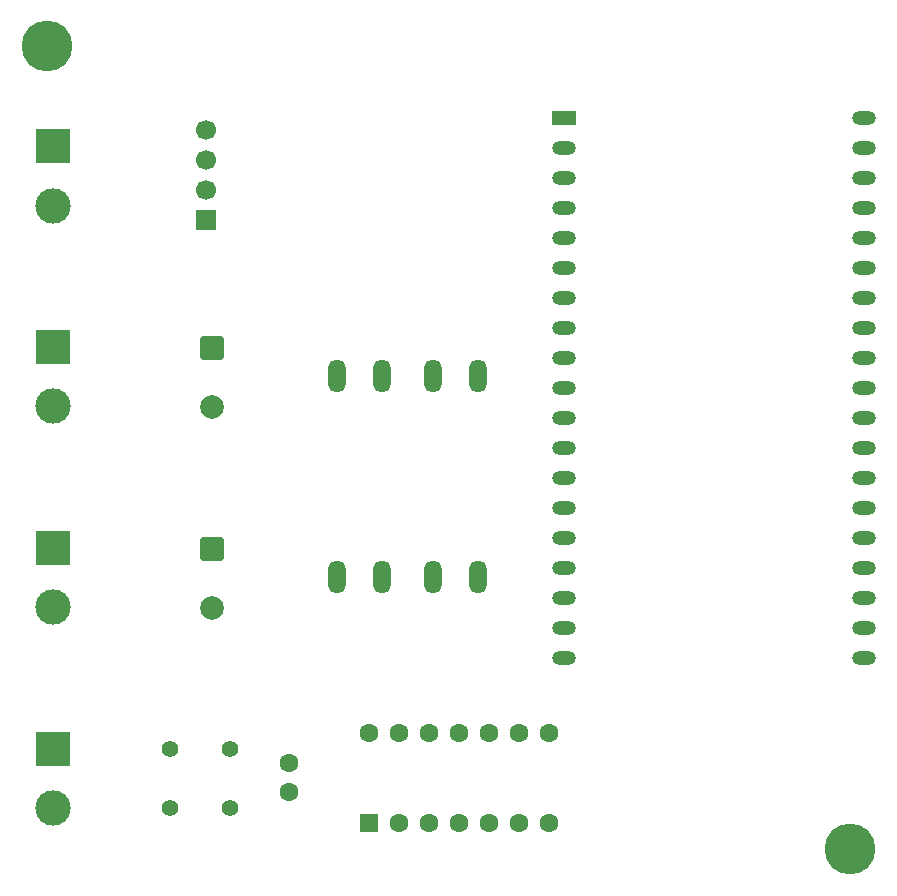
<source format=gbr>
%TF.GenerationSoftware,KiCad,Pcbnew,9.0.2*%
%TF.CreationDate,2025-05-19T00:13:54-04:00*%
%TF.ProjectId,WLED-Salon,574c4544-2d53-4616-9c6f-6e2e6b696361,rev?*%
%TF.SameCoordinates,Original*%
%TF.FileFunction,Soldermask,Bot*%
%TF.FilePolarity,Negative*%
%FSLAX46Y46*%
G04 Gerber Fmt 4.6, Leading zero omitted, Abs format (unit mm)*
G04 Created by KiCad (PCBNEW 9.0.2) date 2025-05-19 00:13:54*
%MOMM*%
%LPD*%
G01*
G04 APERTURE LIST*
G04 Aperture macros list*
%AMRoundRect*
0 Rectangle with rounded corners*
0 $1 Rounding radius*
0 $2 $3 $4 $5 $6 $7 $8 $9 X,Y pos of 4 corners*
0 Add a 4 corners polygon primitive as box body*
4,1,4,$2,$3,$4,$5,$6,$7,$8,$9,$2,$3,0*
0 Add four circle primitives for the rounded corners*
1,1,$1+$1,$2,$3*
1,1,$1+$1,$4,$5*
1,1,$1+$1,$6,$7*
1,1,$1+$1,$8,$9*
0 Add four rect primitives between the rounded corners*
20,1,$1+$1,$2,$3,$4,$5,0*
20,1,$1+$1,$4,$5,$6,$7,0*
20,1,$1+$1,$6,$7,$8,$9,0*
20,1,$1+$1,$8,$9,$2,$3,0*%
G04 Aperture macros list end*
%ADD10O,1.500000X2.800000*%
%ADD11R,3.000000X3.000000*%
%ADD12C,3.000000*%
%ADD13RoundRect,0.250000X-0.750000X0.750000X-0.750000X-0.750000X0.750000X-0.750000X0.750000X0.750000X0*%
%ADD14C,2.000000*%
%ADD15C,4.300000*%
%ADD16C,1.400000*%
%ADD17R,1.700000X1.700000*%
%ADD18C,1.700000*%
%ADD19C,1.600000*%
%ADD20R,2.000000X1.200000*%
%ADD21O,2.000000X1.200000*%
%ADD22RoundRect,0.250000X0.550000X-0.550000X0.550000X0.550000X-0.550000X0.550000X-0.550000X-0.550000X0*%
G04 APERTURE END LIST*
D10*
%TO.C,F1*%
X166500000Y-79937500D03*
X162700000Y-79937500D03*
X158400000Y-79937500D03*
X154600000Y-79937500D03*
%TD*%
%TO.C,F2*%
X166500000Y-96937500D03*
X162700000Y-96937500D03*
X158400000Y-96937500D03*
X154600000Y-96937500D03*
%TD*%
D11*
%TO.C,J3*%
X130500000Y-77500000D03*
D12*
X130500000Y-82500000D03*
%TD*%
D13*
%TO.C,C1*%
X144000000Y-77569823D03*
D14*
X144000000Y-82569823D03*
%TD*%
D15*
%TO.C,REF\u002A\u002A*%
X198000000Y-120000000D03*
%TD*%
%TO.C,REF\u002A\u002A*%
X130000000Y-52000000D03*
%TD*%
D13*
%TO.C,C2*%
X144000000Y-94569823D03*
D14*
X144000000Y-99569823D03*
%TD*%
D16*
%TO.C,R2*%
X145500000Y-116500000D03*
X140420000Y-116500000D03*
%TD*%
%TO.C,R1*%
X145500000Y-111500000D03*
X140420000Y-111500000D03*
%TD*%
D11*
%TO.C,J5*%
X130500000Y-111500000D03*
D12*
X130500000Y-116500000D03*
%TD*%
D11*
%TO.C,J4*%
X130500000Y-94500000D03*
D12*
X130500000Y-99500000D03*
%TD*%
D17*
%TO.C,J2*%
X143500000Y-66747500D03*
D18*
X143500000Y-64207500D03*
X143500000Y-61667500D03*
X143500000Y-59127500D03*
%TD*%
D11*
%TO.C,J1*%
X130500000Y-60500000D03*
D12*
X130500000Y-65500000D03*
%TD*%
D19*
%TO.C,C3*%
X150500000Y-112687500D03*
X150500000Y-115187500D03*
%TD*%
D20*
%TO.C,U1*%
X173800000Y-58096560D03*
D21*
X173800000Y-60636560D03*
X173800000Y-63176560D03*
X173800000Y-65716560D03*
X173800000Y-68256560D03*
X173800000Y-70796560D03*
X173800000Y-73336560D03*
X173800000Y-75876560D03*
X173800000Y-78416560D03*
X173800000Y-80956560D03*
X173800000Y-83496560D03*
X173800000Y-86036560D03*
X173800000Y-88576560D03*
X173800000Y-91116560D03*
X173800000Y-93656560D03*
X173800000Y-96196560D03*
X173800000Y-98736560D03*
X173800000Y-101276560D03*
X173800000Y-103816560D03*
X199196320Y-103813840D03*
X199196320Y-101273840D03*
X199200000Y-98736560D03*
X199200000Y-96196560D03*
X199200000Y-93656560D03*
X199200000Y-91116560D03*
X199200000Y-88576560D03*
X199200000Y-86036560D03*
X199200000Y-83496560D03*
X199200000Y-80956560D03*
X199200000Y-78416560D03*
X199200000Y-75876560D03*
X199200000Y-73336560D03*
X199200000Y-70796560D03*
X199200000Y-68256560D03*
X199200000Y-65716560D03*
X199200000Y-63176560D03*
X199200000Y-60636560D03*
X199200000Y-58096560D03*
%TD*%
D22*
%TO.C,U2*%
X157300000Y-117747500D03*
D19*
X159840000Y-117747500D03*
X162380000Y-117747500D03*
X164920000Y-117747500D03*
X167460000Y-117747500D03*
X170000000Y-117747500D03*
X172540000Y-117747500D03*
X172540000Y-110127500D03*
X170000000Y-110127500D03*
X167460000Y-110127500D03*
X164920000Y-110127500D03*
X162380000Y-110127500D03*
X159840000Y-110127500D03*
X157300000Y-110127500D03*
%TD*%
M02*

</source>
